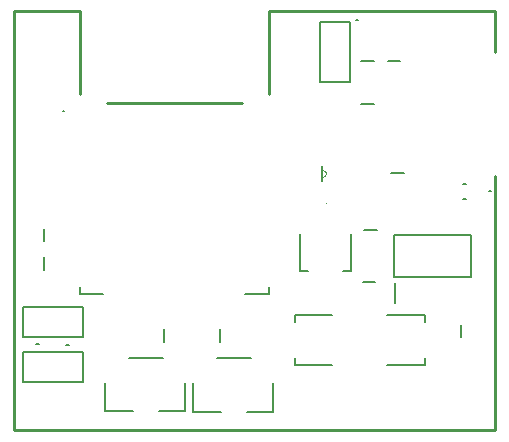
<source format=gto>
G04*
G04 #@! TF.GenerationSoftware,Altium Limited,Altium Designer,24.1.2 (44)*
G04*
G04 Layer_Color=65535*
%FSLAX25Y25*%
%MOIN*%
G70*
G04*
G04 #@! TF.SameCoordinates,C2AC8D72-DAC2-4925-AC6E-3273F7DC1B7E*
G04*
G04*
G04 #@! TF.FilePolarity,Positive*
G04*
G01*
G75*
%ADD10C,0.00787*%
%ADD11C,0.00000*%
%ADD12C,0.00197*%
%ADD13C,0.01000*%
%ADD14C,0.00500*%
%ADD15C,0.00600*%
D10*
X141886Y227279D02*
X141492D01*
X141886D01*
X141492D01*
X143394Y149441D02*
X142606D01*
X143394D01*
X133394Y149559D02*
X132606D01*
X133394D01*
X284224Y200500D02*
X283437D01*
X284224D01*
X239894Y257500D02*
X239106D01*
X239894D01*
X147004Y166256D02*
X154878D01*
X147004D02*
Y168618D01*
X209996Y166256D02*
Y168618D01*
X202122Y166256D02*
X209996D01*
X135240Y183933D02*
Y188067D01*
Y174433D02*
Y178567D01*
X175000Y150433D02*
Y154567D01*
X193740Y150433D02*
Y154567D01*
X148000Y152000D02*
Y162000D01*
X128000Y152000D02*
Y162000D01*
X148000D01*
X128000Y152000D02*
X148000D01*
X128000Y137000D02*
Y147000D01*
X148000Y137000D02*
Y147000D01*
X128000Y137000D02*
X148000D01*
X128000Y147000D02*
X148000D01*
X251705Y172110D02*
Y185890D01*
X277295D01*
Y172110D02*
Y185890D01*
X251705Y172110D02*
X277295D01*
X252197Y163154D02*
Y170043D01*
X274000Y151933D02*
Y156067D01*
X249563Y159465D02*
X261965D01*
Y156906D02*
Y159465D01*
X249563Y142535D02*
X261965D01*
Y145094D01*
Y156906D02*
Y159465D01*
X249563D02*
X261965D01*
X218646Y142535D02*
X231047D01*
X218646D02*
Y145094D01*
Y159465D02*
X231047D01*
X218646Y156906D02*
Y159465D01*
Y142535D02*
Y145094D01*
Y142535D02*
X231047D01*
X237465Y174035D02*
Y186437D01*
X234906Y174035D02*
X237465D01*
X220535D02*
Y186437D01*
Y174035D02*
X223094D01*
X234906D02*
X237465D01*
Y186437D01*
X241933Y187500D02*
X246067D01*
X241433Y170240D02*
X245567D01*
X250933Y206500D02*
X255067D01*
X240933Y229500D02*
X245067D01*
X227139Y257000D02*
X237139D01*
X227139Y237000D02*
X237139D01*
X227139D02*
Y257000D01*
X237139Y237000D02*
Y257000D01*
X249644Y244000D02*
X253778D01*
X240933D02*
X245067D01*
D11*
X227900Y205300D02*
X228748Y205651D01*
X229100Y206500D01*
X228748Y207348D01*
X227900Y207700D01*
D12*
X229000Y196772D02*
Y196575D01*
Y196772D01*
D13*
X210000Y233000D02*
Y260500D01*
X156000Y230000D02*
X201000D01*
X147000Y233000D02*
Y260500D01*
X285500Y247000D02*
Y260500D01*
Y121000D02*
Y205500D01*
X125000Y121000D02*
X285500D01*
X210000Y260500D02*
X285500D01*
X125000D02*
X147000D01*
X125000Y121000D02*
Y260500D01*
D14*
X211335Y127142D02*
Y136614D01*
X202728Y127142D02*
X211335D01*
X184917D02*
X194272D01*
X184917D02*
Y136614D01*
X192886Y144858D02*
X204114D01*
X181992Y127299D02*
Y136772D01*
X173386Y127299D02*
X181992D01*
X155575D02*
X164929D01*
X155575D02*
Y136772D01*
X163543Y145016D02*
X174772D01*
X274854Y198039D02*
X275878D01*
X274854Y202961D02*
X275878D01*
D15*
X227900Y207700D02*
Y208900D01*
Y205300D02*
Y207700D01*
Y204100D02*
Y205300D01*
M02*

</source>
